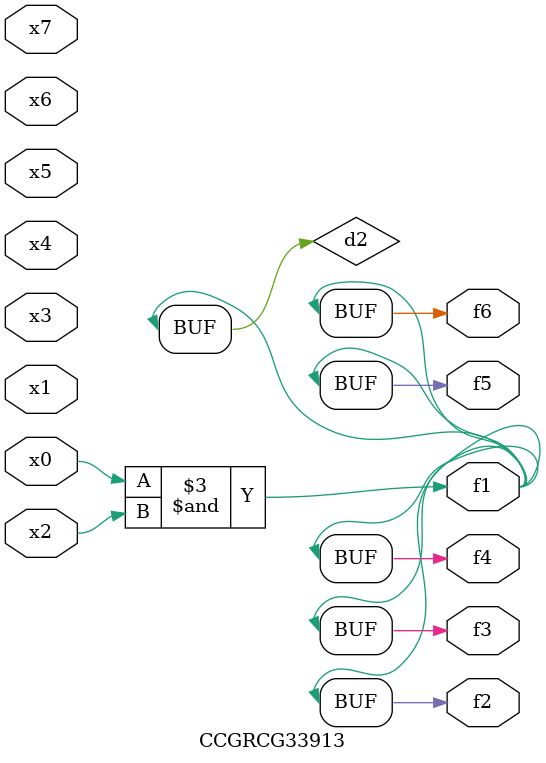
<source format=v>
module CCGRCG33913(
	input x0, x1, x2, x3, x4, x5, x6, x7,
	output f1, f2, f3, f4, f5, f6
);

	wire d1, d2;

	nor (d1, x3, x6);
	and (d2, x0, x2);
	assign f1 = d2;
	assign f2 = d2;
	assign f3 = d2;
	assign f4 = d2;
	assign f5 = d2;
	assign f6 = d2;
endmodule

</source>
